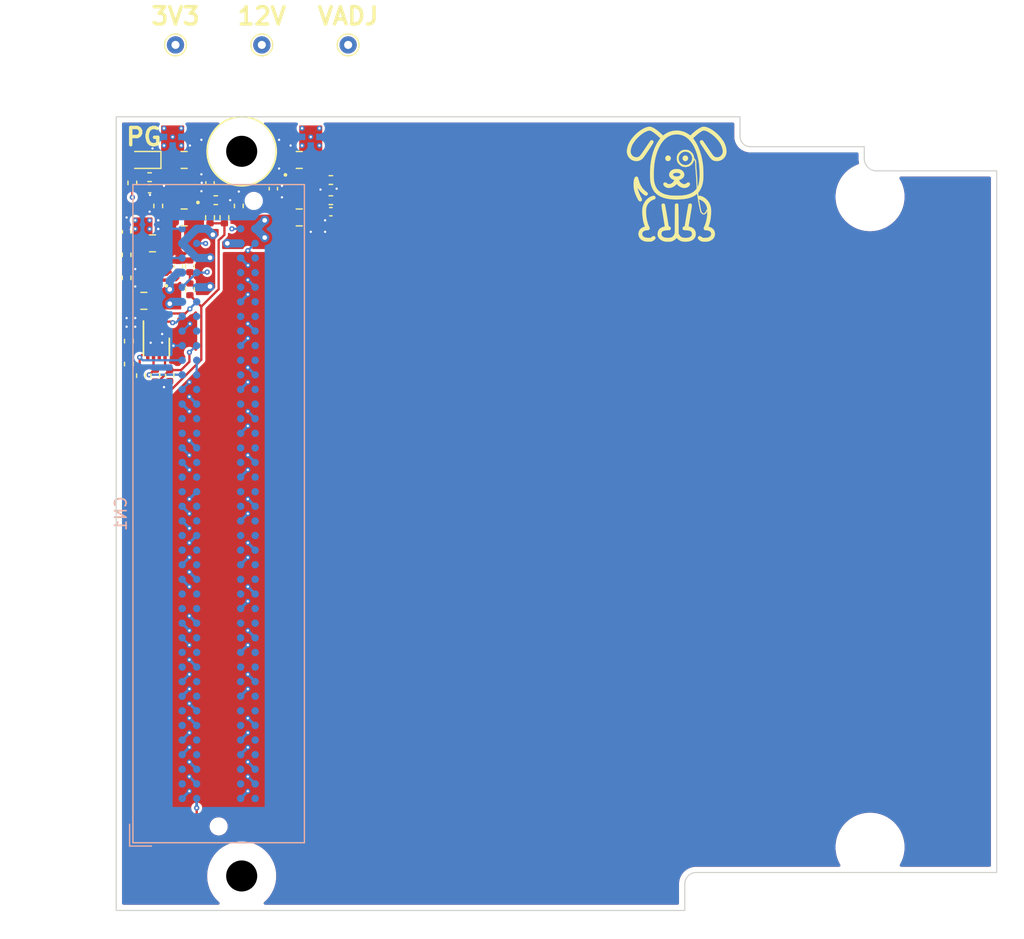
<source format=kicad_pcb>
(kicad_pcb (version 20210824) (generator pcbnew)
  (layers (0 "F.Cu" signal) (1 "In1.Cu" signal) (2 "In2.Cu" signal) (31 "B.Cu" signal) (34 "B.Paste" user) (35 "F.Paste" user) (36 "B.SilkS" user "B.Silkscreen") (37 "F.SilkS" user "F.Silkscreen") (38 "B.Mask" user) (39 "F.Mask" user) (44 "Edge.Cuts" user))
  (net 0 "")
  (net 1 "GND")
  (net 2 "Net-(C7-Pad1)")
  (net 3 "+12V")
  (net 4 "+3V3")
  (net 5 "Net-(CN1-PadD30)")
  (net 6 "Net-(C8-Pad1)")
  (net 7 "Net-(R1-Pad2)")
  (net 8 "3V3_AUX")
  (net 9 "12V_FMC")
  (net 10 "3V3_FMC")
  (net 11 "VADJ_FMC")
  (net 12 "VADJ")
  (net 14 "Net-(R12-Pad1)")
  (net 15 "Net-(C5-Pad1)")
  (net 16 "Net-(C6-Pad1)")
  (net 17 "Net-(C9-Pad1)")
  (net 18 "Net-(C10-Pad1)")
  (net 19 "Net-(R13-Pad1)")
  (net 20 "Net-(R14-Pad1)")
  (net 21 "Net-(R15-Pad1)")
  (net 22 "Net-(R16-Pad1)")
  (net 25 "Net-(D1-Pad2)")
  (net 26 "Net-(R17-Pad1)")
  (net 27 "/FMC Connector/FMC_SCL")
  (net 28 "/FMC Connector/FMC_SDA")
  (net 29 "/FMC Connector/GA0")
  (net 30 "/FMC Connector/PG_C2M")
  (net 31 "/FMC Connector/GA1")
  (footprint "Resistor_SMD:R_0402_1005Metric" (layer "F.Cu") (at 116.5 78.5 90)
    (fp_text reference "R9" hide)
    (fp_text value "100k")
  )
  (footprint "Resistor_SMD:R_0402_1005Metric" (layer "F.Cu") (at 111 77.5 90)
    (fp_text reference "R12" hide)
    (fp_text value "100")
  )
  (footprint "Capacitor_SMD:C_0805_2012Metric" (layer "F.Cu") (at 126 69.25 180)
    (fp_text reference "C13" hide)
    (fp_text value "10u")
  )
  (footprint "Capacitor_SMD:C_0402_1005Metric" (layer "F.Cu") (at 113 71.75)
    (fp_text reference "C9" hide)
    (fp_text value "10n")
  )
  (footprint "Resistor_SMD:R_0402_1005Metric" (layer "F.Cu") (at 128.75 72.75)
    (fp_text reference "R14" hide)
    (fp_text value "100")
  )
  (footprint "Resistor_SMD:R_0402_1005Metric" (layer "F.Cu") (at 116.5 80.5 90)
    (fp_text reference "R6" hide)
    (fp_text value "1k")
  )
  (footprint "Capacitor_SMD:C_0402_1005Metric" (layer "F.Cu") (at 118.25 71.25 90)
    (fp_text reference "C6" hide)
    (fp_text value "DNF")
  )
  (footprint "LED_SMD:LED_0603_1608Metric" (layer "F.Cu") (at 112.5 69.25 180)
    (fp_text reference "D1" hide)
    (fp_text value "LED")
  )
  (footprint "IC_WUT:TI_LM73100_RPW" (layer "F.Cu") (at 126 71.75)
    (fp_text reference "U4" hide)
    (fp_text value "LM73100RPWR")
  )
  (footprint "Resistor_SMD:R_0402_1005Metric" (layer "F.Cu") (at 113.5 88 90)
    (fp_text reference "R3" hide)
    (fp_text value "DNF")
  )
  (footprint "Capacitor_SMD:C_0805_2012Metric" (layer "F.Cu") (at 113.25 76.5)
    (fp_text reference "C11" hide)
    (fp_text value "10u")
  )
  (footprint "Capacitor_SMD:C_0805_2012Metric" (layer "F.Cu") (at 116 69.25)
    (fp_text reference "C12" hide)
    (fp_text value "10u")
  )
  (footprint "Resistor_SMD:R_0402_1005Metric" (layer "F.Cu") (at 111 79.5 -90)
    (fp_text reference "R15" hide)
    (fp_text value "2k")
  )
  (footprint "Capacitor_SMD:C_0402_1005Metric" (layer "F.Cu") (at 128.75 73.75 180)
    (fp_text reference "C10" hide)
    (fp_text value "10n")
  )
  (footprint "Capacitor_SMD:C_0402_1005Metric" (layer "F.Cu") (at 111 75.5 90)
    (fp_text reference "C8" hide)
    (fp_text value "10n")
  )
  (footprint "Capacitor_SMD:C_0402_1005Metric" (layer "F.Cu") (at 114.75 88 -90)
    (fp_text reference "C1" hide)
    (fp_text value "100n")
  )
  (footprint "IC_WUT:TI_LM73100_RPW" (layer "F.Cu") (at 116 71.75 180)
    (fp_text reference "U3" hide)
    (fp_text value "LM73100RPWR")
  )
  (footprint "Resistor_SMD:R_0402_1005Metric" (layer "F.Cu") (at 113 70.75 180)
    (fp_text reference "R13" hide)
    (fp_text value "100")
  )
  (footprint "Misc_WUT:Logo_10mmx10mm" (layer "F.Cu") (at 158.75 71.5)
    (fp_text reference "M1" hide)
    (fp_text value "Logo_10mmx10mm" hide)
  )
  (footprint "Resistor_SMD:R_0402_1005Metric" (layer "F.Cu") (at 118.75 72.75)
    (fp_text reference "R10" hide)
    (fp_text value "100k")
  )
  (footprint "Package_DFN_QFN:DFN-8-1EP_3x2mm_P0.5mm_EP1.3x1.5mm" (layer "F.Cu") (at 113.59 84.76 -90)
    (fp_text reference "U1" hide)
    (fp_text value "24LC02BT-I/MNY")
  )
  (footprint "TestPoint:TestPoint_THTPad_D1.5mm_Drill0.7mm" (layer "F.Cu") (at 122.75 59.25)
    (fp_text reference "TP1" hide)
    (fp_text value "TestPoint")
  )
  (footprint "Resistor_SMD:R_0402_1005Metric" (layer "F.Cu") (at 112.25 88 90)
    (fp_text reference "R4" hide)
    (fp_text value "DNF")
  )
  (footprint "Resistor_SMD:R_0402_1005Metric" (layer "F.Cu") (at 111.2 87 90)
    (fp_text reference "R1" hide)
    (fp_text value "DNF")
  )
  (footprint "TestPoint:TestPoint_THTPad_D1.5mm_Drill0.7mm" (layer "F.Cu") (at 115.25 59.25)
    (fp_text reference "TP2" hide)
    (fp_text value "TestPoint")
  )
  (footprint "Resistor_SMD:R_0402_1005Metric" (layer "F.Cu") (at 113.75 73.25 -90)
    (fp_text reference "R16" hide)
    (fp_text value "2k")
  )
  (footprint "Resistor_SMD:R_0402_1005Metric" (layer "F.Cu") (at 111.5 71.25 90)
    (fp_text reference "R5" hide)
    (fp_text value "1k")
  )
  (footprint "Resistor_SMD:R_0402_1005Metric" (layer "F.Cu") (at 120.75 73.25 90)
    (fp_text reference "R11" hide)
    (fp_text value "100k")
  )
  (footprint "IC_WUT:TI_LM73100_RPW" (layer "F.Cu") (at 113.25 79 180)
    (fp_text reference "U2" hide)
    (fp_text value "LM73100RPWR")
  )
  (footprint "Resistor_SMD:R_0402_1005Metric" (layer "F.Cu") (at 111.2 85 90)
    (fp_text reference "R2" hide)
    (fp_text value "0")
  )
  (footprint "Resistor_SMD:R_0402_1005Metric" (layer "F.Cu") (at 118.25 74.25 90)
    (fp_text reference "R7" hide)
    (fp_text value "1k")
  )
  (footprint "MountingHole:MountingHole_2.7mm" (layer "F.Cu") (at 175.6 72.45)
    (fp_text reference "H1" hide)
    (fp_text value "MountingHole")
  )
  (footprint "Capacitor_SMD:C_0805_2012Metric" (layer "F.Cu") (at 112.5 81.5 180)
    (fp_text reference "C2" hide)
    (fp_text value "10u")
  )
  (footprint "Capacitor_SMD:C_0402_1005Metric" (layer "F.Cu") (at 115.5 78.5 90)
    (fp_text reference "C5" hide)
    (fp_text value "DNF")
  )
  (footprint "TestPoint:TestPoint_THTPad_D1.5mm_Drill0.7mm" (layer "F.Cu") (at 130.25 59.25)
    (fp_text reference "TP3" hide)
    (fp_text value "TestPoint")
  )
  (footprint "Capacitor_SMD:C_0805_2012Metric" (layer "F.Cu") (at 126 74.25)
    (fp_text reference "C4" hide)
    (fp_text value "10u")
  )
  (footprint "Resistor_SMD:R_0402_1005Metric" (layer "F.Cu") (at 119.5 74.25 90)
    (fp_text reference "R8" hide)
    (fp_text value "1k")
  )
  (footprint "Resistor_SMD:R_0402_1005Metric" (layer "F.Cu") (at 128.75 71)
    (fp_text reference "R17" hide)
    (fp_text value "2k")
  )
  (footprint "MountingHole:MountingHole_2.7mm" (layer "F.Cu") (at 175.6 129)
    (fp_text reference "H2" hide)
    (fp_text value "MountingHole")
  )
  (footprint "Capacitor_SMD:C_0402_1005Metric" (layer "F.Cu") (at 123.75 71.75 -90)
    (fp_text reference "C7" hide)
    (fp_text value "DNF")
  )
  (footprint "Capacitor_SMD:C_0805_2012Metric" (layer "F.Cu") (at 116 74.25 180)
    (fp_text reference "C3" hide)
    (fp_text value "10u")
  )
  (footprint "Connector_WUT:Samtec_FMC_ASP-134604-01_4x40_Vertical" (layer "B.Cu") (at 119 100)
    (fp_text reference "CN1")
    (fp_text value "FMC_Mezzanine")
  )
  (gr_circle (center 121 68.5) (end 124 68.5) (layer "F.SilkS") (width 0.15) (fill none))
  (gr_line locked (start 110.1 134.5) (end 159.5 134.5) (layer "Edge.Cuts") (width 0.1))
  (gr_line locked (start 186.6 131.2) (end 181.4 131.2) (layer "Edge.Cuts") (width 0.1))
  (gr_line locked (start 181.4 70.2) (end 186.6 70.2) (layer "Edge.Cuts") (width 0.1))
  (gr_arc locked (start 176.16614 69.133858) (end 176.1 70.2) (angle 82.9) (layer "Edge.Cuts") (width 0.1))
  (gr_line locked (start 175.1 69.2) (end 175.1 68.1) (layer "Edge.Cuts") (width 0.1))
  (gr_arc locked (start 160.5 132.2) (end 159.5 132.2) (angle 90) (layer "Edge.Cuts") (width 0.1))
  (gr_line locked (start 110.1 65.5) (end 164.3 65.5) (layer "Edge.Cuts") (width 0.1))
  (gr_line locked (start 164.3 65.5) (end 164.3 67.2) (layer "Edge.Cuts") (width 0.1))
  (gr_line locked (start 110.1 65.5) (end 110.1 134.5) (layer "Edge.Cuts") (width 0.1))
  (gr_line locked (start 186.6 70.2) (end 186.6 131.2) (layer "Edge.Cuts") (width 0.1))
  (gr_line locked (start 181.4 70.2) (end 176.1 70.2) (layer "Edge.Cuts") (width 0.1))
  (gr_line locked (start 160.5 131.2) (end 181.4 131.2) (layer "Edge.Cuts") (width 0.1))
  (gr_line locked (start 159.5 134.5) (end 159.5 132.2) (layer "Edge.Cuts") (width 0.1))
  (gr_line locked (start 175.1 68.1) (end 165.2 68.1) (layer "Edge.Cuts") (width 0.1))
  (gr_arc locked (start 165.2 67.2) (end 165.2 68.1) (angle 90) (layer "Edge.Cuts") (width 0.1))
  (gr_text "PG" (at 112.5 67.25) (layer "F.SilkS") (effects (font (size 1.5 1.5) (thickness 0.3))))
  (gr_text "VADJ" (at 130.25 56.75) (layer "F.SilkS") (effects (font (size 1.5 1.5) (thickness 0.3))))
  (gr_text "12V" (at 122.75 56.75) (layer "F.SilkS") (effects (font (size 1.5 1.5) (thickness 0.3))))
  (gr_text "3V3" (at 115.25 56.75) (layer "F.SilkS") (effects (font (size 1.5 1.5) (thickness 0.3))))
  (segment (start 114.15 79.225) (end 114.525 79.225) (width 0.2) (layer "F.Cu") (net 1))
  (segment (start 113.48 71.845635) (end 113.033356 72.292279) (width 0.2) (layer "F.Cu") (net 1))
  (segment (start 124.23 72.23) (end 124.5 72.5) (width 0.2) (layer "F.Cu") (net 1))
  (segment (start 111 75.02) (end 111 74.25) (width 0.2) (layer "F.Cu") (net 1))
  (segment (start 117.77 70.77) (end 117.5 70.5) (width 0.2) (layer "F.Cu") (net 1))
  (segment (start 113.84 86.21) (end 113.84 85.01) (width 0.2) (layer "F.Cu") (net 1))
  (segment (start 125.1 71.525) (end 124.525 71.525) (width 0.2) (layer "F.Cu") (net 1))
  (segment (start 114.75 88.5) (end 114.25 89) (width 0.2) (layer "F.Cu") (net 1))
  (segment (start 112.84 83.31) (end 112.84 84.01) (width 0.2) (layer "F.Cu") (net 1))
  (segment (start 113.84 85.01) (end 113.59 84.76) (width 0.2) (layer "F.Cu") (net 1))
  (segment (start 127.700188 71.975) (end 127.847623 71.827565) (width 0.2) (layer "F.Cu") (net 1))
  (segment (start 129.26 71) (end 129.26 71.74) (width 0.2) (layer "F.Cu") (net 1))
  (segment (start 112.84 84.01) (end 113.59 84.76) (width 0.2) (layer "F.Cu") (net 1))
  (segment (start 114.275 71.525) (end 114.25 71.5) (width 0.2) (layer "F.Cu") (net 1))
  (segment (start 125.1 72.45) (end 124.65952 72.45) (width 0.2) (layer "F.Cu") (net 1))
  (segment (start 124.55 72.45) (end 124.5 72.5) (width 0.2) (layer "F.Cu") (net 1))
  (segment (start 126.9 71.975) (end 127.700188 71.975) (width 0.2) (layer "F.Cu") (net 1))
  (segment (start 124.65952 72.45) (end 124.60952 72.5) (width 0.2) (layer "F.Cu") (net 1))
  (segment (start 114.75 88.48) (end 114.75 88.5) (width 0.2) (layer "F.Cu") (net 1))
  (segment (start 113.48 71.75) (end 113.48 71.845635) (width 0.2) (layer "F.Cu") (net 1))
  (segment (start 125.1 72.45) (end 124.55 72.45) (width 0.2) (layer "F.Cu") (net 1))
  (segment (start 113.2875 68.2875) (end 113.25 68.25) (width 0.2) (layer "F.Cu") (net 1))
  (segment (start 111.7845 78.775) (end 111.75 78.7405) (width 0.2) (layer "F.Cu") (net 1))
  (segment (start 129.26 71.74) (end 129.25 71.75) (width 0.2) (layer "F.Cu") (net 1))
  (segment (start 118.25 70.77) (end 117.77 70.77) (width 0.2) (layer "F.Cu") (net 1))
  (segment (start 113.784 85.01) (end 113.534 84.76) (width 0.2) (layer "F.Cu") (net 1))
  (segment (start 112.35 78.775) (end 111.7845 78.775) (width 0.2) (layer "F.Cu") (net 1))
  (segment (start 115.1 71.525) (end 114.275 71.525) (width 0.2) (layer "F.Cu") (net 1))
  (segment (start 119.26 72.75) (end 120 72.75) (width 0.2) (layer "F.Cu") (net 1))
  (segment (start 114.525 79.225) (end 114.75 79) (width 0.2) (layer "F.Cu") (net 1))
  (segment (start 114.75 79) (end 114.75 78.5) (width 0.2) (layer "F.Cu") (net 1))
  (segment (start 113.2875 69.25) (end 113.2875 68.2875) (width 0.2) (layer "F.Cu") (net 1))
  (segment (start 117.496967 71.975) (end 117.503504 71.968463) (width 0.2) (layer "F.Cu") (net 1))
  (segment (start 116.9 71.975) (end 117.496967 71.975) (width 0.2) (layer "F.Cu") (net 1))
  (segment (start 116.9 71.05) (end 117.34278 71.05) (width 0.2) (layer "F.Cu") (net 1))
  (segment (start 124.525 71.525) (end 124.5 71.5) (width 0.2) (layer "F.Cu") (net 1))
  (segment (start 114.75 88.365) (end 114.572419 88.365) (width 0.2) (layer "F.Cu") (net 1))
  (segment (start 120.75 72.74) (end 120.75 72) (width 0.2) (layer "F.Cu") (net 1))
  (segment (start 123.75 72.23) (end 124.23 72.23) (width 0.2) (layer "F.Cu") (net 1))
  (segment (start 117.34278 71.05) (end 117.528785 71.236005) (width 0.2) (layer "F.Cu") (net 1))
  (via (at 113.75 75.25) (size 0.45) (drill 0.2) (layers "F.Cu" "B.Cu") (net 1))
  (via (at 116.454999 113.97) (size 0.45) (drill 0.2) (layers "F.Cu" "B.Cu") (net 1))
  (via (at 116.454999 106.35) (size 0.45) (drill 0.2) (layers "F.Cu" "B.Cu") (net 1))
  (via (at 116.454999 98.73) (size 0.45) (drill 0.2) (layers "F.Cu" "B.Cu") (net 1))
  (via (at 120.75 72) (size 0.45) (drill 0.2) (layers "F.Cu" "B.Cu") (net 1))
  (via (at 127 75.5) (size 0.45) (drill 0.2) (layers "F.Cu" "B.Cu") (net 1))
  (via (at 121.534999 77.14) (size 0.45) (drill 0.2) (layers "F.Cu" "B.Cu") (net 1))
  (via (at 121.534999 102.54) (size 0.45) (drill 0.2) (layers "F.Cu" "B.Cu") (net 1))
  (via (at 116.454999 121.59) (size 0.45) (drill 0.2) (layers "F.Cu" "B.Cu") (net 1))
  (via (at 116.454999 122.86) (size 0.45) (drill 0.2) (layers "F.Cu" "B.Cu") (net 1))
  (via (at 116.454999 93.65) (size 0.45) (drill 0.2) (layers "F.Cu" "B.Cu") (net 1))
  (via (at 121.534999 94.92) (size 0.45) (drill 0.2) (layers "F.Cu" "B.Cu") (net 1))
  (via (at 120 72.75) (size 0.45) (drill 0.2) (layers "F.Cu" "B.Cu") (net 1))
  (via (at 116.454999 120.32) (size 0.45) (drill 0.2) (layers "F.Cu" "B.Cu") (net 1))
  (via (at 121.534999 124.13) (size 0.45) (drill 0.2) (layers "F.Cu" "B.Cu") (net 1))
  (via (at 121.534999 111.43) (size 0.45) (drill 0.2) (layers "F.Cu" "B.Cu") (net 1))
  (via (at 111 74.25) (size 0.45) (drill 0.2) (layers "F.Cu" "B.Cu") (net 1))
  (via (at 113.033356 72.292279) (size 0.45) (drill 0.2) (layers "F.Cu" "B.Cu") (net 1))
  (via (at 113 73.75) (size 0.45) (drill 0.2) (layers "F.Cu" "B.Cu") (net 1))
  (via (at 128.25 75.5) (size 0.45) (drill 0.2) (layers "F.Cu" "B.Cu") (net 1))
  (via (at 113.75 74.5) (size 0.45) (drill 0.2) (layers "F.Cu" "B.Cu") (net 1))
  (via (at 121.534999 121.59) (size 0.45) (drill 0.2) (layers "F.Cu" "B.Cu") (net 1))
  (via (at 125.25 68) (size 0.45) (drill 0.2) (layers "F.Cu" "B.Cu") (net 1))
  (via (at 121.534999 100) (size 0.45) (drill 0.2) (layers "F.Cu" "B.Cu") (net 1))
  (via (at 116.454999 94.92) (size 0.45) (drill 0.2) (layers "F.Cu" "B.Cu") (net 1))
  (via (at 124.5 72.5) (size 0.45) (drill 0.2) (layers "F.Cu" "B.Cu") (net 1))
  (via (at 116.5 68) (size 0.45) (drill 0.2) (layers "F.Cu" "B.Cu") (net 1))
  (via (at 113.75 75.25) (size 0.45) (drill 0.2) (layers "F.Cu" "B.Cu") (net 1))
  (via (at 116.454999 103.81) (size 0.45) (drill 0.2) (layers "F.Cu" "B.Cu") (net 1))
  (via (at 111 83.75) (size 0.45) (drill 0.2) (layers "F.Cu" "B.Cu") (net 1))
  (via (at 116.5 83.5) (size 0.45) (drill 0.2) (layers "F.Cu" "B.Cu") (net 1))
  (via (at 121.534999 96.19) (size 0.45) (drill 0.2) (layers "F.Cu" "B.Cu") (net 1))
  (via (at 111.75 83.75) (size 0.45) (drill 0.2) (layers "F.Cu" "B.Cu") (net 1))
  (via (at 116.454999 105.08) (size 0.45) (drill 0.2) (layers "F.Cu" "B.Cu") (net 1))
  (via (at 121.534999 103.81) (size 0.45) (drill 0.2) (layers "F.Cu" "B.Cu") (net 1))
  (via (at 116.454999 100) (size 0.45) (drill 0.2) (layers "F.Cu" "B.Cu") (net 1))
  (via (at 111.75 78.7405) (size 0.45) (drill 0.2) (layers "F.Cu" "B.Cu") (net 1))
  (via (at 116.454999 110.16) (size 0.45) (drill 0.2) (layers "F.Cu" "B.Cu") (net 1))
  (via (at 111 83) (size 0.45) (drill 0.2) (layers "F.Cu" "B.Cu") (net 1))
  (via (at 116.454999 119.05) (size 0.45) (drill 0.2) (layers "F.Cu" "B.Cu") (net 1))
  (via (at 121.534999 115.24) (size 0.45) (drill 0.2) (layers "F.Cu" "B.Cu") (net 1))
  (via (at 121.534999 91.11) (size 0.45) (drill 0.2) (layers "F.Cu" "B.Cu") (net 1))
  (via (at 116.454999 89.84) (size 0.45) (drill 0.2) (layers "F.Cu" "B.Cu") (net 1))
  (via (at 127.847623 71.827565) (size 0.45) (drill 0.2) (layers "F.Cu" "B.Cu") (net 1))
  (via (at 117.528785 71.236005) (size 0.45) (drill 0.2) (layers "F.Cu" "B.Cu") (net 1))
  (via (at 114.09 85.135) (size 0.45) (drill 0.2) (layers "F.Cu" "B.Cu") (net 1))
  (via (at 121.534999 107.62) (size 0.45) (drill 0.2) (layers "F.Cu" "B.Cu") (net 1))
  (via (at 117.862 76.51) (size 0.45) (drill 0.2) (layers "F.Cu" "B.Cu") (net 1))
  (via (at 121.534999 117.78) (size 0.45) (drill 0.2) (layers "F.Cu" "B.Cu") (net 1))
  (via (at 115.063 85.395) (size 0.45) (drill 0.2) (layers "F.Cu" "B.Cu") (net 1))
  (via (at 114.09 84.385) (size 0.45) (drill 0.2) (layers "F.Cu" "B.Cu") (net 1))
  (via (at 116.454999 116.51) (size 0.45) (drill 0.2) (layers "F.Cu" "B.Cu") (net 1))
  (via (at 117.503504 71.968463) (size 0.45) (drill 0.2) (layers "F.Cu" "B.Cu") (net 1))
  (via (at 121.534999 80.95) (size 0.45) (drill 0.2) (layers "F.Cu" "B.Cu") (net 1))
  (via (at 121.534999 87.3) (size 0.45) (drill 0.2) (layers "F.Cu" "B.Cu") (net 1))
  (via (at 124.25 67.5) (size 0.45) (drill 0.2) (layers "F.Cu" "B.Cu") (net 1))
  (via (at 117.5 70.5) (size 0.45) (drill 0.2) (layers "F.Cu" "B.Cu") (net 1))
  (via (at 121.534999 88.57) (size 0.45) (drill 0.2) (layers "F.Cu" "B.Cu") (net 1))
  (via (at 116.454999 115.24) (size 0.45) (drill 0.2) (layers "F.Cu" "B.Cu") (net 1))
  (via (at 121.534999 79.68) (size 0.45) (drill 0.2) (layers "F.Cu" "B.Cu") (net 1))
  (via (at 114.25 71.5) (size 0.45) (drill 0.2) (layers "F.Cu" "B.Cu") (net 1))
  (via (at 128.25 74.5) (size 0.45) (drill 0.2) (layers "F.Cu" "B.Cu") (net 1))
  (via (at 129.25 71.75) (size 0.45) (drill 0.2) (layers "F.Cu" "B.Cu") (net 1))
  (via (at 121.534999 110.16) (size 0.45) (drill 0.2) (layers "F.Cu" "B.Cu") (net 1))
  (via (at 113.09 85.141) (size 0.45) (drill 0.2) (layers "F.Cu" "B.Cu") (net 1))
  (via (at 121.545 78.41) (size 0.45) (drill 0.2) (layers "F.Cu" "B.Cu") (net 1))
  (via (at 124.25 70) (size 0.45) (drill 0.2) (layers "F.Cu" "B.Cu") (net 1))
  (via (at 113.75 74.5) (size 0.45) (drill 0.2) (layers "F.Cu" "B.Cu") (net 1))
  (via (at 116.454999 101.27) (size 0.45) (drill 0.2) (layers "F.Cu" "B.Cu") (net 1))
  (via (at 121.534999 122.86) (size 0.45) (drill 0.2) (layers "F.Cu" "B.Cu") (net 1))
  (via (at 116.454999 117.78) (size 0.45) (drill 0.2) (layers "F.Cu" "B.Cu") (net 1))
  (via (at 116.454999 111.43) (size 0.45) (drill 0.2) (layers "F.Cu" "B.Cu") (net 1))
  (via (at 111.75 80.25) (size 0.45) (drill 0.2) (layers "F.Cu" "B.Cu") (net 1))
  (via (at 121.534999 119.05) (size 0.45) (drill 0.2) (layers "F.Cu" "B.Cu") (net 1))
  (via (at 121.534999 92.38) (size 0.45) (drill 0.2) (layers "F.Cu" "B.Cu") (net 1))
  (via (at 116.454999 124.13) (size 0.45) (drill 0.2) (layers "F.Cu" "B.Cu") (net 1))
  (via (at 121.534999 113.97) (size 0.45) (drill 0.2) (layers "F.Cu" "B.Cu") (net 1))
  (via (at 120.148 75.24) (size 0.45) (drill 0.2) (layers "F.Cu" "B.Cu") (net 1))
  (via (at 121.534999 84.76) (size 0.45) (drill 0.2) (layers "F.Cu" "B.Cu") (net 1))
  (via (at 121.534999 120.32) (size 0.45) (drill 0.2) (layers "F.Cu" "B.Cu") (net 1))
  (via (at 116.454999 112.7) (size 0.45) (drill 0.2) (layers "F.Cu" "B.Cu") (net 1))
  (via (at 113.25 68.25) (size 0.45) (drill 0.2) (layers "F.Cu" "B.Cu") (net 1))
  (via (at 116.454999 96.19) (size 0.45) (drill 0.2) (layers "F.Cu" "B.Cu") (net 1))
  (via (at 121.534999 83.49) (size 0.45) (drill 0.2) (layers "F.Cu" "B.Cu") (net 1))
  (via (at 116.454999 108.89) (size 0.45) (drill 0.2) (layers "F.Cu" "B.Cu") (net 1))
  (via (at 118 79) (size 0.45) (drill 0.2) (layers "F.Cu" "B.Cu") (net 1))
  (via (at 116.454999 102.54) (size 0.45) (drill 0.2) (layers "F.Cu" "B.Cu") (net 1))
  (via (at 121.534999 98.73) (size 0.45) (drill 0.2) (layers "F.Cu" "B.Cu") (net 1))
  (via (at 117.5 67.5) (size 0.45) (drill 0.2) (layers "F.Cu" "B.Cu") (net 1))
  (via (at 121.534999 106.35) (size 0.45) (drill 0.2) (layers "F.Cu" "B.Cu") (net 1))
  (via (at 114.25 89) (size 0.45) (drill 0.2) (layers "F.Cu" "B.Cu") (net 1))
  (via (at 116.455 88.57) (size 0.45) (drill 0.2) (layers "F.Cu" "B.Cu") (net 1))
  (via (at 111.75 83) (size 0.45) (drill 0.2) (layers "F.Cu" "B.Cu") (net 1))
  (via (at 124.5 71.5) (size 0.45) (drill 0.2) (layers "F.Cu" "B.Cu") (net 1))
  (via (at 116.454999 91.11) (size 0.45) (drill 0.2) (layers "F.Cu" "B.Cu") (net 1))
  (segment (start 115.830001 100.635) (end 115.830001 100.645002) (width 0.25) (layer "B.Cu") (net 1))
  (segment (start 120.91 104.434999) (end 121.534999 103.81) (width 0.25) (layer "B.Cu") (net 1))
  (segment (start 117.09 98.095) (end 116.454999 98.73) (width 0.25) (layer "B.Cu") (net 1))
  (segment (start 115.830001 80.315) (end 115.830001 80.320001) (width 0.2) (layer "B.Cu") (net 1))
  (segment (start 120.91 112.065) (end 120.91 112.054999) (width 0.25) (layer "B.Cu") (net 1))
  (segment (start 122.169999 76.505) (end 121.534999 77.14) (width 0.2) (layer "B.Cu") (net 1))
  (segment (start 117.09 105.715) (end 116.454999 105.08) (width 0.25) (layer "B.Cu") (net 1))
  (segment (start 115.830001 94.285) (end 115.830001 94.295002) (width 0.25) (layer "B.Cu") (net 1))
  (segment (start 115.830001 75.235) (end 115.015 75.235) (width 0.2) (layer "B.Cu") (net 1))
  (segment (start 115.830001 109.535002) (end 116.454999 110.16) (width 0.25) (layer "B.Cu") (net 1))
  (segment (start 120.148 75.24) (end 120.9 75.24) (width 0.2) (layer "B.Cu") (net 1))
  (segment (start 120.91 124.765) (end 120.91 124.754999) (width 0.25) (layer "B.Cu") (net 1))
  (segment (start 120.9 75.24) (end 120.91 75.23) (width 0.2) (layer "B.Cu") (net 1))
  (segment (start 117.09 90.475) (end 116.454999 89.84) (width 0.25) (layer "B.Cu") (net 1))
  (segment (start 115.830001 114.605) (end 115.830001 114.594998) (width 0.25) (layer "B.Cu") (net 1))
  (segment (start 117.09 118.415) (end 116.454999 117.78) (width 0.25) (layer "B.Cu") (net 1))
  (segment (start 115.830001 80.315) (end 115.830001 80.304999) (width 0.2) (layer "B.Cu") (net 1))
  (segment (start 115.830001 115.864998) (end 116.454999 115.24) (width 0.25) (layer "B.Cu") (net 1))
  (segment (start 122.169999 118.415) (end 121.534999 117.78) (width 0.25) (layer "B.Cu") (net 1))
  (segment (start 115.830001 77.775) (end 114.775 77.775) (width 0.2) (layer "B.Cu") (net 1))
  (segment (start 120.91 89.205) (end 120.91 89.194999) (width 0.25) (layer "B.Cu") (net 1))
  (segment (start 120.91 115.864999) (end 121.534999 115.24) (width 0.25) (layer "B.Cu") (net 1))
  (segment (start 115.830001 89.194999) (end 116.455 88.57) (width 0.2) (layer "B.Cu") (net 1))
  (segment (start 120.91 81.574999) (end 121.534999 80.95) (width 0.25) (layer "B.Cu") (net 1))
  (segment (start 115.830001 94.295002) (end 116.454999 94.92) (width 0.25) (layer "B.Cu") (net 1))
  (segment (start 115.830001 110.805002) (end 116.454999 111.43) (width 0.2) (layer "B.Cu") (net 1))
  (segment (start 115.830001 119.685) (end 115.830001 119.674998) (width 0.25) (layer "B.Cu") (net 1))
  (segment (start 115.830001 105.725002) (end 116.454999 106.35) (width 0.25) (layer "B.Cu") (net 1))
  (segment (start 115.830001 77.775) (end 115.830001 77.780001) (width 0.2) (layer "B.Cu") (net 1))
  (segment (start 115.830001 100.645002) (end 116.454999 101.27) (width 0.25) (layer "B.Cu") (net 1))
  (segment (start 120.91 119.685) (end 120.91 119.674999) (width 0.25) (layer "B.Cu") (net 1))
  (segment (start 120.91 120.955) (end 120.91 120.944999) (width 0.25) (layer "B.Cu") (net 1))
  (segment (start 120.91 100.624999) (end 121.534999 100) (width 0.25) (layer "B.Cu") (net 1))
  (segment (start 120.91 89.194999) (end 121.534999 88.57) (width 0.25) (layer "B.Cu") (net 1))
  (segment (start 122.169999 84.125) (end 121.534999 83.49) (width 0.25) (layer "B.Cu") (net 1))
  (segment (start 120.91 112.054999) (end 121.534999 111.43) (width 0.25) (layer "B.Cu") (net 1))
  (segment (start 117.09 94.285) (end 116.454999 93.65) (width 0.25) (layer "B.Cu") (net 1))
  (segment (start 117.09 101.905) (end 116.454999 102.54) (width 0.25) (layer "B.Cu") (net 1))
  (segment (start 115.830001 80.304999) (end 117.09 79.045) (width 0.2) (layer "B.Cu") (net 1))
  (segment (start 122.169999 106.985) (end 121.534999 106.35) (width 0.25) (layer "B.Cu") (net 1))
  (segment (start 120.91 104.445) (end 120.91 104.434999) (width 0.25) (layer "B.Cu") (net 1))
  (segment (start 117.955 79.045) (end 118 79) (width 0.2) (layer "B.Cu") (net 1))
  (segment (start 122.169999 80.315) (end 121.534999 79.68) (width 0.25) (layer "B.Cu") (net 1))
  (segment (start 122.169999 110.795) (end 121.534999 110.16) (width 0.25) (layer "B.Cu") (net 1))
  (segment (start 117.09 117.145) (end 116.454999 116.51) (width 0.25) (layer "B.Cu") (net 1))
  (segment (start 120.91 85.395) (end 120.91 85.384999) (width 0.25) (layer "B.Cu") (net 1))
  (segment (start 115.015 75.235) (end 114.5 75.75) (width 0.2) (layer "B.Cu") (net 1))
  (segment (start 115.830001 89.205) (end 115.830001 89.194999) (width 0.2) (layer "B.Cu") (net 1))
  (segment (start 122.169999 122.225) (end 121.534999 121.59) (width 0.25) (layer "B.Cu") (net 1))
  (segment (start 115.830001 90.485002) (end 116.454999 91.11) (width 0.25) (layer "B.Cu") (net 1))
  (segment (start 120.91 93.015) (end 120.91 93.004999) (width 0.25) (layer "B.Cu") (net 1))
  (segment (start 115.830001 105.715) (end 115.830001 105.725002) (width 0.25) (layer "B.Cu") (net 1))
  (segment (start 120.91 93.004999) (end 121.534999 92.38) (width 0.25) (layer "B.Cu") (net 1))
  (segment (start 115.830001 85.395) (end 115.063 85.395) (width 0.2) (layer "B.Cu") (net 1))
  (segment (start 122.169999 95.555) (end 121.534999 94.92) (width 0.25) (layer "B.Cu") (net 1))
  (segment (start 120.91 85.384999) (end 121.534999 84.76) (width 0.25) (layer "B.Cu") (net 1))
  (segment (start 115.830001 104.434998) (end 116.454999 103.81) (width 0.25) (layer "B.Cu") (net 1))
  (segment (start 120.91 108.255) (end 120.91 108.244999) (width 0.25) (layer "B.Cu") (net 1))
  (segment (start 120.91 120.944999) (end 121.534999 120.32) (width 0.25) (layer "B.Cu") (net 1))
  (segment (start 115.830001 95.565002) (end 116.454999 96.19) (width 0.25) (layer "B.Cu") (net 1))
  (segment (start 122.169999 123.495) (end 121.534999 122.86) (width 0.25) (layer "B.Cu") (net 1))
  (segment (start 115.830001 120.944998) (end 116.454999 120.32) (width 0.25) (layer "B.Cu") (net 1))
  (segment (start 115.88 84.12) (end 116.5 83.5) (width 0.2) (layer "B.Cu") (net 1))
  (segment (start 120.91 108.244999) (end 121.534999 107.62) (width 0.25) (layer "B.Cu") (net 1))
  (segment (start 120.91 119.674999) (end 121.534999 119.05) (width 0.25) (layer "B.Cu") (net 1))
  (segment (start 115.830001 120.955) (end 115.830001 120.944998) (width 0.25) (layer "B.Cu") (net 1))
  (segment (start 117.09 79.045) (end 117.955 79.045) (width 0.2) (layer "B.Cu") (net 1))
  (segment (start 117.09 76.5) (end 117.852 76.5) (width 0.2) (layer "B.Cu") (net 1))
  (segment (start 114.775 77.775) (end 114.75 77.75) (width 0.2) (layer "B.Cu") (net 1))
  (segment (start 122.169999 91.745) (end 121.534999 91.11) (width 0.25) (layer "B.Cu") (net 1))
  (segment (start 122.169999 99.365) (end 121.534999 98.73) (width 0.25) (layer "B.Cu") (net 1))
  (segment (start 120.91 115.875) (end 120.91 115.864999) (width 0.25) (layer "B.Cu") (net 1))
  (segment (start 115.830001 110.795) (end 115.830001 110.805002) (width 0.2) (layer "B.Cu") (net 1))
  (segment (start 115.830001 119.674998) (end 116.454999 119.05) (width 0.25) (layer "B.Cu") (net 1))
  (segment (start 120.91 96.814999) (end 121.534999 96.19) (width 0.25) (layer "B.Cu") (net 1))
  (segment (start 120.91 77.775) (end 121.545 78.41) (width 0.25) (layer "B.Cu") (net 1))
  (segment (start 120.91 96.825) (end 120.91 96.814999) (width 0.25) (layer "B.Cu") (net 1))
  (segment (start 115.83 84.12) (end 115.88 84.12) (width 0.2) (layer "B.Cu") (net 1))
  (segment (start 115.830001 90.475) (end 115.830001 90.485002) (width 0.25) (layer "B.Cu") (net 1))
  (segment (start 117.09 109.525) (end 116.454999 108.89) (width 0.25) (layer "B.Cu") (net 1))
  (segment (start 115.745001 80.4) (end 115.830001 80.315) (width 0.2) (layer "B.Cu") (net 1))
  (segment (start 117.09 122.225) (end 116.454999 121.59) (width 0.25) (layer "B.Cu") (net 1))
  (segment (start 117.09 123.495) (end 116.454999 122.86) (width 0.25) (layer "B.Cu") (net 1))
  (segment (start 115.830001 104.445) (end 115.830001 104.434998) (width 0.25) (layer "B.Cu") (net 1))
  (segment (start 115.830001 114.594998) (end 116.454999 113.97) (width 0.25) (layer "B.Cu") (net 1))
  (segment (start 122.169999 103.175) (end 121.534999 102.54) (width 0.25) (layer "B.Cu") (net 1))
  (segment (start 120.91 124.754999) (end 121.534999 124.13) (width 0.25) (layer "B.Cu") (net 1))
  (segment (start 120.91 100.635) (end 120.91 100.624999) (width 0.25) (layer "B.Cu") (net 1))
  (segment (start 115.83 77.77) (end 115.83 77.76) (width 0.2) (layer "B.Cu") (net 1))
  (segment (start 115.830001 124.765) (end 115.830001 124.754998) (width 0.25) (layer "B.Cu") (net 1))
  (segment (start 117.09 113.335) (end 116.454999 112.7) (width 0.25) (layer "B.Cu") (net 1))
  (segment (start 115.830001 99.375002) (end 116.454999 100) (width 0.25) (layer "B.Cu") (net 1))
  (segment (start 120.91 81.585) (end 120.91 81.574999) (width 0.25) (layer "B.Cu") (net 1))
  (segment (start 115.830001 115.875) (end 115.830001 115.864998) (width 0.25) (layer "B.Cu") (net 1))
  (segment (start 117.852 76.5) (end 117.862 76.51) (width 0.2) (layer "B.Cu") (net 1))
  (segment (start 115.830001 95.555) (end 115.830001 95.565002) (width 0.25) (layer "B.Cu") (net 1))
  (segment (start 115.830001 99.365) (end 115.830001 99.375002) (width 0.25) (layer "B.Cu") (net 1))
  (segment (start 115.830001 124.754998) (end 116.454999 124.13) (width 0.25) (layer "B.Cu") (net 1))
  (segment (start 122.169999 114.605) (end 121.534999 113.97) (width 0.25) (layer "B.Cu") (net 1))
  (segment (start 122.169999 87.935) (end 121.534999 87.3) (width 0.25) (layer "B.Cu") (net 1))
  (segment (start 125.05 71) (end 125.1 71.05) (width 0.2) (layer "F.Cu") (net 2))
  (segment (start 123 71.5) (end 123.23 71.27) (width 0.2) (layer "F.Cu") (net 2))
  (segment (start 124.02 71) (end 125.05 71) (width 0.2) (layer "F.Cu") (net 2))
  (segment (start 122.49 73.76) (end 123 73.25) (width 0.2) (layer "F.Cu") (net 2))
  (segment (start 120.75 73.76) (end 122.49 73.76) (width 0.2) (layer "F.Cu") (net 2))
  (segment (start 120.73 73.74) (end 120.75 73.76) (width 0.2) (layer "F.Cu") (net 2))
  (segment (start 124.02 71) (end 123.75 71.27) (width 0.2) (layer "F.Cu") (net 2))
  (segment (start 119.5 73.74) (end 120.73 73.74) (width 0.2) (layer "F.Cu") (net 2))
  (segment (start 123 73.25) (end 123 71.5) (width 0.2) (layer "F.Cu") (net 2))
  (segment (start 123.23 71.27) (end 123.75 71.27) (width 0.2) (layer "F.Cu") (net 2))
  (via (at 111.75 75.25) (size 0.45) (drill 0.2) (layers "F.Cu" "B.Cu") (net 3))
  (via (at 111.75 74.5) (size 0.45) (drill 0.2) (layers "F.Cu" "B.Cu") (net 3))
  (via (at 113 74.5) (size 0.45) (drill 0.2) (layers "F.Cu" "B.Cu") (net 3))
  (via (at 113 75.25) (size 0.45) (drill 0.2) (layers "F.Cu" "B.Cu") (net 3))
  (segment (start 111.5 71.76) (end 111.5 72.5) (width 0.2) (layer "F.Cu") (net 4))
  (via (at 115.75 68) (size 0.45) (drill 0.2) (layers "F.Cu" "B.Cu") (net 4))
  (via (at 114.25 66.5) (size 0.45) (drill 0.2) (layers "F.Cu" "B.Cu") (net 4))
  (via (at 114.25 68) (size 0.45) (drill 0.2) (layers "F.Cu" "B.Cu") (net 4))
  (via (at 111.5 72.5) (size 0.45) (drill 0.2) (layers "F.Cu" "B.Cu") (net 4))
  (via (at 115 67.25) (size 0.45) (drill 0.2) (layers "F.Cu" "B.Cu") (net 4))
  (via (at 115.75 66.5) (size 0.45) (drill 0.2) (layers "F.Cu" "B.Cu") (net 4))
  (segment (start 117.09 87.94) (end 117.09 86.66) (width 0.2) (layer "B.Cu") (net 5))
  (segment (start 111 75.98) (end 111 76.99) (width 0.2) (layer "F.Cu") (net 6))
  (segment (start 113.175489 82.675489) (end 113.34 82.84) (width 0.2) (layer "F.Cu") (net 7))
  (segment (start 113.34 82.84) (end 113.34 83.31) (width 0.2) (layer "F.Cu") (net 7))
  (segment (start 112.25 85.25) (end 112.25 83) (width 0.2) (layer "F.Cu") (net 7))
  (segment (start 111.2 85.51) (end 111.99 85.51) (width 0.2) (layer "F.Cu") (net 7))
  (segment (start 112.25 83) (end 112.574511 82.675489) (width 0.2) (layer "F.Cu") (net 7))
  (segment (start 111.2 86.49) (end 111.2 85.51) (width 0.2) (layer "F.Cu") (net 7))
  (segment (start 111.99 85.51) (end 112.25 85.25) (width 0.2) (layer "F.Cu") (net 7))
  (segment (start 112.574511 82.675489) (end 113.175489 82.675489) (width 0.2) (layer "F.Cu") (net 7))
  (segment (start 113.5 88.51) (end 113.76 88.51) (width 0.2) (layer "F.Cu") (net 8))
  (segment (start 113.59 88.395) (end 113.6 88.395) (width 0.2) (layer "F.Cu") (net 8))
  (segment (start 114.75 87.405) (end 114.75 87.429544) (width 0.2) (layer "F.Cu") (net 8))
  (segment (start 114.34 87.155) (end 114.59 87.405) (width 0.2) (layer "F.Cu") (net 8))
  (segment (start 113.76 88.51) (end 114.75 87.52) (width 0.2) (layer "F.Cu") (net 8))
  (segment (start 114.34 86.21) (end 114.34 87.155) (width 0.2) (layer "F.Cu") (net 8))
  (segment (start 111.2 88.2) (end 111.2 87.51) (width 0.2) (layer "F.Cu") (net 8))
  (segment (start 113.5 88.51) (end 112.25 88.51) (width 0.2) (layer "F.Cu") (net 8))
  (segment (start 116.459 86.791) (end 116.459 85.979) (width 0.2) (layer "F.Cu") (net 8))
  (segment (start 115.73 87.52) (end 116.459 86.791) (width 0.2) (layer "F.Cu") (net 8))
  (segment (start 112.25 88.51) (end 111.51 88.51) (width 0.2) (layer "F.Cu") (net 8))
  (segment (start 111.51 88.51) (end 111.2 88.2) (width 0.2) (layer "F.Cu") (net 8))
  (segment (start 114.75 87.52) (end 115.73 87.52) (width 0.2) (layer "F.Cu") (net 8))
  (via (at 116.459 85.979) (size 0.45) (drill 0.2) (layers "F.Cu" "B.Cu") (net 8))
  (segment (start 117.09 85.395) (end 117.043 85.395) (width 0.2) (layer "B.Cu") (net 8))
  (segment (start 117.043 85.395) (end 116.459 85.979) (width 0.2) (layer "B.Cu") (net 8))
  (via (at 114.75 80.5) (size 0.8) (drill 0.4) (layers "F.Cu" "B.Cu") (net 9))
  (via (at 114.75 81.75) (size 0.8) (drill 0.4) (layers "F.Cu" "B.Cu") (net 9))
  (segment (start 114.75 80.5) (end 114.75 79.75) (width 0.7) (layer "B.Cu") (net 9))
  (segment (start 115.830001 81.585) (end 114.915 81.585) (width 0.7) (layer "B.Cu") (net 9))
  (segment (start 114.75 79.75) (end 115.455 79.045) (width 0.7) (layer "B.Cu") (net 9))
  (segment (start 114.915 81.585) (end 114.75 81.75) (width 0.7) (layer "B.Cu") (net 9))
  (segment (start 115.455 79.045) (end 115.830001 79.045) (width 0.7) (layer "B.Cu") (net 9))
  (via (at 118.25 77.75) (size 0.8) (drill 0.4) (layers "F.Cu" "B.Cu") (net 10))
  (via (at 118.5 75.75) (size 0.8) (drill 0.4) (layers "F.Cu" "B.Cu") (net 10))
  (via (at 118.25 80.25) (size 0.8) (drill 0.4) (layers "F.Cu" "B.Cu") (net 10))
  (segment (start 115.830001 76.505) (end 115.830001 76.515001) (width 0.7) (layer "B.Cu") (net 10))
  (segment (start 117.09 77.775) (end 118.225 77.775) (width 0.7) (layer "B.Cu") (net 10))
  (segment (start 117.09 75.235) (end 117.985 75.235) (width 0.7) (layer "B.Cu") (net 10))
  (segment (start 115.830001 76.494999) (end 117.09 75.235) (width 0.7) (layer "B.Cu") (net 10))
  (segment (start 118.225 77.775) (end 118.25 77.75) (width 0.7) (layer "B.Cu") (net 10))
  (segment (start 118.185 80.315) (end 118.25 80.25) (width 0.7) (layer "B.Cu") (net 10))
  (segment (start 117.985 75.235) (end 118.5 75.75) (width 0.7) (layer "B.Cu") (net 10))
  (segment (start 117.09 80.315) (end 118.185 80.315) (width 0.7) (layer "B.Cu") (net 10))
  (segment (start 115.830001 76.505) (end 115.830001 76.494999) (width 0.7) (layer "B.Cu") (net 10))
  (segment (start 115.830001 76.515001) (end 117.09 77.775) (width 0.7) (layer "B.Cu") (net 10))
  (via (at 123 74.5) (size 0.8) (drill 0.4) (layers "F.Cu" "B.Cu") (net 11))
  (via (at 119.75 76.5) (size 0.8) (drill 0.4) (layers "F.Cu" "B.Cu") (net 11))
  (via (at 123 76) (size 0.8) (drill 0.4) (layers "F.Cu" "B.Cu") (net 11))
  (segment (start 122.235 75.235) (end 123 76) (width 0.7) (layer "B.Cu") (net 11))
  (segment (start 122.169999 75.235) (end 122.265 75.235) (width 0.7) (layer "B.Cu") (net 11))
  (segment (start 122.265 75.235) (end 123 74.5) (width 0.7) (layer "B.Cu") (net 11))
  (segment (start 120.91 76.505) (end 119.755 76.505) (width 0.7) (layer "B.Cu") (net 11))
  (segment (start 119.755 76.505) (end 119.75 76.5) (width 0.7) (layer "B.Cu") (net 11))
  (segment (start 122.169999 75.235) (end 122.235 75.235) (width 0.7) (layer "B.Cu") (net 11))
  (via (at 127.75 68) (size 0.45) (drill 0.2) (layers "F.Cu" "B.Cu") (net 12))
  (via (at 126.25 68) (size 0.45) (drill 0.2) (layers "F.Cu" "B.Cu") (net 12))
  (via (at 127 67.25) (size 0.45) (drill 0.2) (layers "F.Cu" "B.Cu") (net 12))
  (via (at 126.25 66.5) (size 0.45) (drill 0.2) (layers "F.Cu" "B.Cu") (net 12))
  (via (at 127.75 66.5) (size 0.45) (drill 0.2) (layers "F.Cu" "B.Cu") (net 12))
  (segment (start 111 78.01) (end 111.51 78.01) (width 0.2) (layer "F.Cu") (net 14))
  (segment (start 111.75 78.25) (end 112.3 78.25) (width 0.2) (layer "F.Cu") (net 14))
  (segment (start 111.51 78.01) (end 111.75 78.25) (width 0.2) (layer "F.Cu") (net 14))
  (segment (start 112.3 78.25) (end 112.35 78.3) (width 0.2) (layer "F.Cu") (net 14))
  (segment (start 115.5 78.98) (end 116.47 78.98) (width 0.2) (layer "F.Cu") (net 15))
  (segment (start 114.15 79.7) (end 115.3 79.7) (width 0.2) (layer "F.Cu") (net 15))
  (segment (start 115.5 79.5) (end 115.5 78.98) (width 0.2) (layer "F.Cu") (net 15))
  (segment (start 116.5 79.99) (end 116.5 79.01) (width 0.2) (layer "F.Cu") (net 15))
  (segment (start 115.3 79.7) (end 115.5 79.5) (width 0.2) (layer "F.Cu") (net 15))
  (segment (start 114.15 79.7) (end 114.899542 79.7) (width 0.2) (layer "F.Cu") (net 15))
  (segment (start 116.47 78.98) (end 116.5 79.01) (width 0.2) (layer "F.Cu") (net 15))
  (segment (start 118.25 72.76) (end 118.24 72.75) (width 0.2) (layer "F.Cu") (net 16))
  (segment (start 117.75 72.75) (end 118.24 72.75) (width 0.2) (layer "F.Cu") (net 16))
  (segment (start 117.45 72.45) (end 117.75 72.75) (width 0.2) (layer "F.Cu") (net 16))
  (segment (start 118.24 72.75) (end 118.24 71.74) (width 0.2) (layer "F.Cu") (net 16))
  (segment (start 118.25 73.74) (end 118.25 72.76) (width 0.2) (layer "F.Cu") (net 16))
  (segment (start 116.9 72.45) (end 117.45 72.45) (width 0.2) (layer "F.Cu") (net 16))
  (segment (start 118.24 71.74) (end 118.25 71.73) (width 0.2) (layer "F.Cu") (net 16))
  (segment (start 112.52 70.78) (end 112.49 70.75) (width 0.2) (layer "F.Cu") (net 17))
  (segment (start 112.52 71.75) (end 112.52 70.78) (width 0.2) (layer "F.Cu") (net 17))
  (segment (start 129.26 72.75) (end 129.26 73.72) (width 0.2) (layer "F.Cu") (net 18))
  (segment (start 129.26 73.72) (end 129.23 73.75) (width 0.2) (layer "F.Cu") (net 18))
  (segment (start 115.1 71.05) (end 114.55 71.05) (width 0.2) (layer "F.Cu") (net 19))
  (segment (start 114.25 70.75) (end 113.51 70.75) (width 0.2) (layer "F.Cu") (net 19))
  (segment (start 114.55 71.05) (end 114.25 70.75) (width 0.2) (layer "F.Cu") (net 19))
  (segment (start 127.45 72.45) (end 127.75 72.75) (width 0.2) (layer "F.Cu") (net 20))
  (segment (start 126.9 72.45) (end 127.45 72.45) (width 0.2) (layer "F.Cu") (net 20))
  (segment (start 127.75 72.75) (end 128.24 72.75) (width 0.2) (layer "F.Cu") (net 20))
  (segment (start 112.35 79.225) (end 111.235 79.225) (width 0.2) (layer "F.Cu") (net 21))
  (segment (start 111.235 79.225) (end 111 78.99) (width 0.2) (layer "F.Cu") (net 21))
  (segment (start 114.525 71.975) (end 115.1 71.975) (width 0.2) (layer "F.Cu") (net 22))
  (segment (start 113.76 72.74) (end 114.525 71.975) (width 0.2) (layer "F.Cu") (net 22))
  (segment (start 113.75 72.74) (end 113.76 72.74) (width 0.2) (layer "F.Cu") (net 22))
  (segment (start 111.5 70.74) (end 111.5 69.4625) (width 0.2) (layer "F.Cu") (net 25))
  (segment (start 111.5 69.4625) (end 111.7125 69.25) (width 0.2) (layer "F.Cu") (net 25))
  (segment (start 127.464985 71.525) (end 127.739985 71.25) (width 0.2) (layer "F.Cu") (net 26))
  (segment (start 127.739985 71.25) (end 127.99 71.25) (width 0.2) (layer "F.Cu") (net 26))
  (segment (start 128.24 71) (end 127.99 71.25) (width 0.2) (layer "F.Cu") (net 26))
  (segment (start 126.9 71.525) (end 127.464985 71.525) (width 0.2) (layer "F.Cu") (net 26))
  (segment (start 113.34 86.21) (end 113.34 87.33) (width 0.2) (layer "F.Cu") (net 27))
  (segment (start 113.411009 87.49) (end 112.96285 87.938159) (width 0.2) (layer "F.Cu") (net 27))
  (segment (start 113.5 87.375) (end 113.585059 87.375) (width 0.2) (layer "F.Cu") (net 27))
  (segment (start 113.34 87.33) (end 113.5 87.49) (width 0.2) (layer "F.Cu") (net 27))
  (via (at 112.96285 87.938159) (size 0.45) (drill 0.2) (layers "F.Cu" "B.Cu") (net 27))
  (segment (start 112.96285 87.938159) (end 112.979154 87.921855) (width 0.2) (layer "B.Cu") (net 27))
  (segment (start 112.979154 87.921855) (end 115.816856 87.921855) (width 0.2) (layer "B.Cu") (net 27))
  (segment (start 115.816856 87.921855) (end 115.830001 87.935) (width 0.2) (layer "B.Cu") (net 27))
  (segment (start 112.84 86.21) (end 112.338 86.21) (width 0.2) (layer "F.Cu") (net 28))
  (segment (start 112.137 86.411) (end 112.137 87.262) (width 0.2) (layer "F.Cu") (net 28))
  (segment (start 112.338 86.21) (end 112.137 86.411) (width 0.2) (layer "F.Cu") (net 28))
  (via (at 112.137 86.411) (size 0.45) (drill 0.2) (layers "F.Cu" "B.Cu") (net 28))
  (segment (start 115.830001 86.665) (end 112.391 86.665) (width 0.2) (layer "B.Cu") (net 28))
  (segment (start 112.391 86.665) (end 112.137 86.411) (width 0.2) (layer "B.Cu") (net 28))
  (segment (start 114.91 83.31) (end 115 83.4) (width 0.2) (layer "F.Cu") (net 29))
  (segment (start 114.34 83.31) (end 114.91 83.31) (width 0.2) (layer "F.Cu") (net 29))
  (via (at 115 83.4) (size 0.45) (drill 0.2) (layers "F.Cu" "B.Cu") (net 29))
  (segment (start 115 83.4) (end 115.285001 83.4) (width 0.2) (layer "B.Cu") (net 29))
  (segment (start 115.285001 83.4) (end 115.830001 82.855) (width 0.2) (layer "B.Cu") (net 29))
  (segment (start 118.999 76.240259) (end 119.199511 76.039748) (width 0.2) (layer "F.Cu") (net 30))
  (segment (start 114.108886 90) (end 114.304443 89.804443) (width 0.2) (layer "F.Cu") (net 30))
  (segment (start 113.5 127.25) (end 116.5 127.25) (width 0.2) (layer "F.Cu") (net 30))
  (segment (start 116.51 81.01) (end 117 81.5) (width 0.2) (layer "F.Cu") (net 30))
  (segment (start 117.489259 81.989259) (end 117 81.5) (width 0.2) (layer "F.Cu") (net 30))
  (segment (start 116.5 81.01) (end 116.51 81.01) (width 0.2) (layer "F.Cu") (net 30))
  (segment (start 117.09 125.59) (end 117.09 126.66) (width 0.2) (layer "F.Cu") (net 30))
  (segment (start 111.49 125.24) (end 113.5 127.25) (width 0.2) (layer "F.Cu") (net 30))
  (segment (start 116.5 127.25) (end 116.86 126.89) (width 0.2) (layer "F.Cu") (net 30))
  (segment (start 114.304443 89.804443) (end 117.25 86.858886) (width 0.2) (layer "F.Cu") (net 30))
  (segment (start 117.489259 86.619627) (end 117.25 86.858886) (width 0.2) (layer "F.Cu") (net 30))
  (segment (start 111.49 92.99) (end 111.49 92.618886) (width 0.2) (layer "F.Cu") (net 30))
  (segment (start 119.220993 76.039748) (end 119.5 75.760741) (width 0.2) (layer "F.Cu") (net 30))
  (segment (start 118.25 74.76) (end 119.5 74.76) (width 0.2) (layer "F.Cu") (net 30))
  (segment (start 119.199511 76.039748) (end 119.220993 76.039748) (width 0.2) (layer "F.Cu") (net 30))
  (segment (start 111.49 92.99) (end 111.49 125.24) (width 0.2) (layer "F.Cu") (net 30))
  (segment (start 117.09 126.66) (end 116.86 126.89) (width 0.2) (layer "F.Cu") (net 30))
  (segment (start 117.489259 82) (end 117.489259 86.619627) (width 0.2) (layer "F.Cu") (net 30))
  (segment (start 117.489259 82) (end 118.999 80.490259) (width 0.2) (layer "F.Cu") (net 30))
  (segment (start 119.5 75.760741) (end 119.5 74.76) (width 0.2) (layer "F.Cu") (net 30))
  (segment (start 117.489259 82) (end 117.489259 81.989259) (width 0.2) (layer "F.Cu") (net 30))
  (segment (start 111.49 92.618886) (end 114.304443 89.804443) (width 0.2) (layer "F.Cu") (net 30))
  (segment (start 118.999 80.490259) (end 118.999 76.240259) (width 0.2) (layer "F.Cu") (net 30))
  (via (at 117.09 125.59) (size 0.45) (drill 0.2) (layers "F.Cu" "B.Cu") (net 30))
  (segment (start 117.09 124.765) (end 117.09 125.59) (width 0.25) (layer "B.Cu") (net 30))
  (segment (start 116.1 82.6) (end 116.5 82.2) (width 0.2) (layer "F.Cu") (net 31))
  (segment (start 113.84 82.76) (end 114 82.6) (width 0.2) (layer "F.Cu") (net 31))
  (segment (start 114 82.6) (end 116.1 82.6) (width 0.2) (layer "F.Cu") (net 31))
  (segment (start 113.84 83.31) (end 113.84 82.76) (width 0.2) (layer "F.Cu") (net 31))
  (via (at 116.5 82.2) (size 0.45) (drill 0.2) (layers "F.Cu" "B.Cu") (net 31))
  (segment (start 116.5 82.2) (end 116.5 82.175) (width 0.2) (layer "B.Cu") (net 31))
  (segment (start 116.5 82.2) (end 116.475 82.2) (width 0.2) (layer "B.Cu") (net 31))
  (segment (start 117.09 81.585) (end 117.09 81.59) (width 0.2) (layer "B.Cu") (net 31))
  (segment (start 116.5 82.175) (end 117.09 81.585) (width 0.2) (layer "B.Cu") (net 31))
  (zone (net 10) (net_name "3V3_FMC") (layer "F.Cu") (priority 3) (connect_pads thru_hole_only (clearance 0.15)) (min_thickness 0.15) (fill yes (thermal_gap 0.254) (thermal_bridge_width 0.508))
    (polygon (pts (xy 116 75.75) (xy 116 72.75) (xy 116.5 72.75) (xy 116.5 73.25) (xy 118.25 73.25) (xy 118.25 75.25) (xy 119 75.25) (xy 119 81) (xy 116.5 81) (xy 116.5 77) (xy 116 77) (xy 116 75.75)))
  )
  (zone (net 4) (net_name "+3V3") (layer "F.Cu") (priority 2) (connect_pads thru_hole_only (clearance 0.15)) (min_thickness 0.15) (fill yes (thermal_gap 0.254) (thermal_bridge_width 0.508))
    (polygon (pts (xy 116 70.75) (xy 115.5 70.75) (xy 115.5 70.25) (xy 114 70.25) (xy 114 66.25) (xy 116 66.25)))
  )
  (zone (net 9) (net_name "12V_FMC") (layer "F.Cu") (priority 2) (connect_pads thru_hole_only (clearance 0.15)) (min_thickness 0.15) (fill yes (thermal_gap 0.254) (thermal_bridge_width 0.508))
    (polygon (pts (xy 115.75 82.25) (xy 112.5 82.25) (xy 112.5 80) (xy 113 80) (xy 114 80) (xy 114 79.85) (xy 115.75 79.85)))
  )
  (zone (net 12) (net_name "VADJ") (layer "F.Cu") (priority 2) (connect_pads thru_hole_only (clearance 0.15)) (min_thickness 0.15) (fill yes (thermal_gap 0.254) (thermal_bridge_width 0.508))
    (polygon (pts (xy 128 70.25) (xy 126.5 70.25) (xy 126.5 70.75) (xy 126 70.75) (xy 126 66.25) (xy 128 66.25)))
  )
  (zone (net 1) (net_name "GND") (layer "F.Cu") (connect_pads thru_hole_only (clearance 0.15)) (min_thickness 0.15) (fill yes (thermal_gap 0.254) (thermal_bridge_width 0.508))
    (polygon (pts (xy 125.5 70.25) (xy 124 70.25) (xy 124 67.25) (xy 125.5 67.25)))
  )
  (zone (net 1) (net_name "GND") (layer "F.Cu") (connect_pads (clearance 0.15)) (min_thickness 0.15) (fill yes (thermal_gap 0.254) (thermal_bridge_width 0.508))
    (polygon (pts (xy 115 78.6) (xy 112.7 78.6) (xy 112.7 75.5) (xy 115 75.5)))
  )
  (zone (net 1) (net_name "GND") (layer "F.Cu") (connect_pads (clearance 0.15)) (min_thickness 0.15) (fill yes (thermal_gap 0.254) (thermal_bridge_width 0.508))
    (polygon (pts (xy 128.75 75.75) (xy 126.25 75.75) (xy 126.25 73.5) (xy 128.75 73.5)))
  )
  (zone (net 3) (net_name "+12V") (layer "F.Cu") (priority 4) (connect_pads thru_hole_only (clearance 0.15)) (min_thickness 0.15) (fill yes (thermal_gap 0.254) (thermal_bridge_width 0.508))
    (polygon (pts (xy 113.25 78) (xy 112.75 78) (xy 112.75 77.5) (xy 111.5 77.5) (xy 111.5 74.25) (xy 113.25 74.25)))
  )
  (zone (net 1) (net_name "GND") (layer "F.Cu") (connect_pads thru_hole_only (clearance 0.15)) (min_thickness 0.15) (fill yes (thermal_gap 0.254) (thermal_bridge_width 0.508))
    (polygon (pts (xy 117.75 70) (xy 116.25 70) (xy 116.25 67.25) (xy 117.75 67.25)))
  )
  (zone (net 11) (net_name "VADJ_FMC") (layer "F.Cu") (priority 2) (connect_pads thru_hole_only (clearance 0.15)) (min_thickness 0.15) (fill yes (thermal_gap 0.254) (thermal_bridge_width 0.508))
    (polygon (pts (xy 126 77) (xy 119.25 77) (xy 119.25 74) (xy 123.5 74) (xy 123.5 73) (xy 125.5 73) (xy 125.5 72.75) (xy 126 72.75)))
  )
  (zone locked (net 1) (net_name "GND") (layers "F.Cu" "In1.Cu" "B.Cu") (connect_pads (clearance 0.254)) (min_thickness 0.254) (fill yes (thermal_gap 0.254) (thermal_bridge_width 0.508))
    (polygon (pts (xy 100 137) (xy 189 137) (xy 189 63) (xy 100 63)))
  )
  (zone (net 1) (net_name "GND") (layer "F.Cu") (connect_pads (clearance 0.15)) (min_thickness 0.15) (fill yes (thermal_gap 0.254) (thermal_bridge_width 0.508))
    (polygon (pts (xy 113.75 85) (xy 110.5 85) (xy 110.5 80.75) (xy 113.75 80.75)))
  )
  (zone (net 1) (net_name "GND") (layer "F.Cu") (connect_pads (clearance 0.15)) (min_thickness 0.15) (fill yes (thermal_gap 0.254) (thermal_bridge_width 0.508))
    (polygon (pts (xy 115.75 75.5) (xy 112.5 75.5) (xy 112.5 73.25) (xy 115.75 73.25)))
  )
)
</source>
